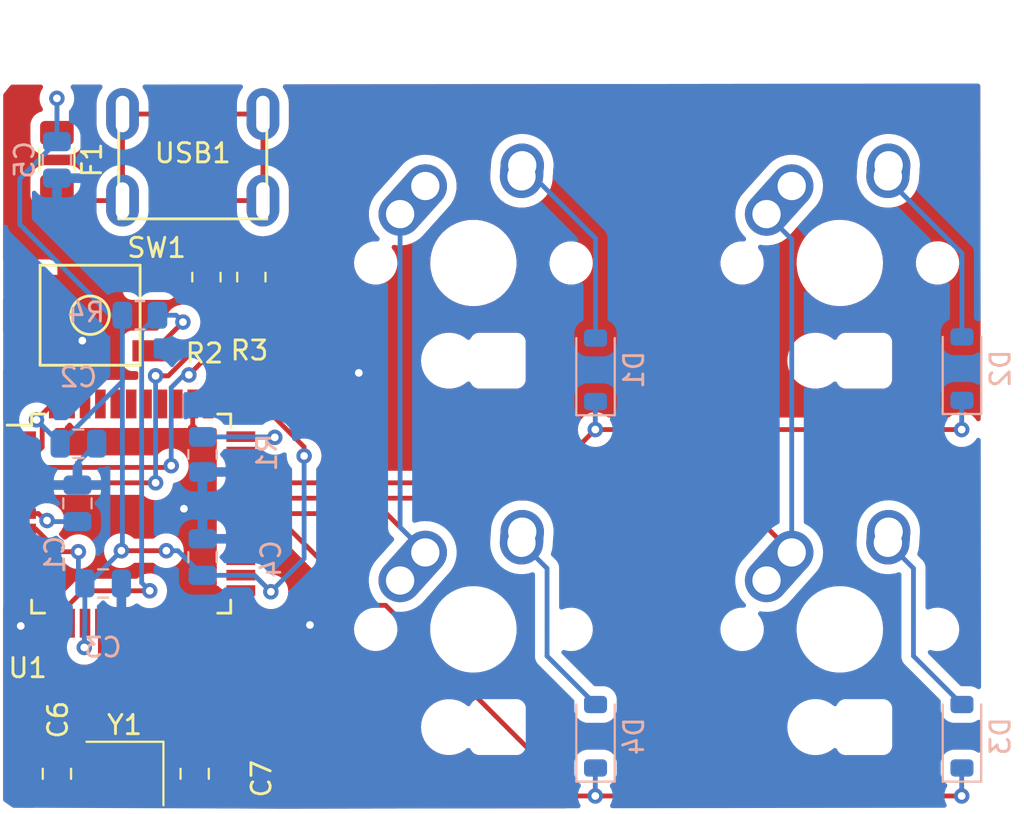
<source format=kicad_pcb>
(kicad_pcb (version 20221018) (generator pcbnew)
  (layers (0 "F.Cu" signal) (31 "B.Cu" signal) (34 "B.Paste" user) (35 "F.Paste" user) (36 "B.SilkS" user "B.Silkscreen") (37 "F.SilkS" user "F.Silkscreen") (38 "B.Mask" user) (39 "F.Mask" user) (44 "Edge.Cuts" user))
  (net 0 "")
  (net 1 "Net-(U1-UCAP)")
  (net 2 "GND")
  (net 3 "+5V")
  (net 4 "Net-(U1-XTAL2)")
  (net 5 "Net-(U1-XTAL1)")
  (net 6 "ROW0")
  (net 7 "Net-(D1-A)")
  (net 8 "Net-(D2-A)")
  (net 9 "ROW1")
  (net 10 "Net-(D3-A)")
  (net 11 "Net-(D4-A)")
  (net 12 "VCC")
  (net 13 "COL0")
  (net 14 "COL1")
  (net 15 "Net-(U1-~{HWB}{slash}PE2)")
  (net 16 "D+")
  (net 17 "Net-(U1-D+)")
  (net 18 "Net-(U1-D-)")
  (net 19 "D-")
  (net 20 "Net-(U1-~{RESET})")
  (footprint "Capacitor_SMD:C_0805_2012Metric" (layer "F.Cu") (at 215.6968 105.9332 90)
    (fp_text reference "C7" (at -0.254 3.47 90) (layer "F.SilkS"))
    (fp_text value "22pF")
    (fp_line (start -0.261252 -0.735) (end 0.261252 -0.735) (stroke (width 0.12)) (layer "F.SilkS"))
    (fp_line (start -0.261252 0.735) (end 0.261252 0.735) (stroke (width 0.12)) (layer "F.SilkS"))
    (pad "1" smd roundrect (at -0.95 0 90) (size 1 1.45) (layers "F.Cu" "F.Paste" "F.Mask") (net 2 "GND"))
    (pad "2" smd roundrect (at 0.95 0 90) (size 1 1.45) (layers "F.Cu" "F.Paste" "F.Mask") (net 5 "Net-(U1-XTAL1)"))
  )
  (footprint "MX_Alps_Hybrid:MX-1U-NoLED" (layer "F.Cu") (at 230.1875 79.375)
    (fp_text reference "MX1")
    (fp_text value "MX-NoLED")
    (pad "" np_thru_hole circle (at -5.08 0 48.0996) (size 1.75 1.75) (drill 1.75) (layers "*.Cu" "*.Mask"))
    (pad "" np_thru_hole circle (at 0 0) (size 3.9878 3.9878) (drill 3.9878) (layers "*.Cu" "*.Mask"))
    (pad "" np_thru_hole circle (at 5.08 0 48.0996) (size 1.75 1.75) (drill 1.75) (layers "*.Cu" "*.Mask"))
    (pad "1" thru_hole oval (at -3.81 -2.54 48.0996) (size 4.211556 2.25) (drill 1.47 (offset 0.980778 0)) (layers "*.Cu" "B.Mask") (net 14 "COL1"))
    (pad "1" thru_hole circle (at -2.5 -4) (size 2.25 2.25) (drill 1.47) (layers "*.Cu" "B.Mask") (net 14 "COL1"))
    (pad "2" thru_hole oval (at 2.5 -4.5 86.0548) (size 2.831378 2.25) (drill 1.47 (offset 0.290689 0)) (layers "*.Cu" "B.Mask") (net 7 "Net-(D1-A)"))
    (pad "2" thru_hole circle (at 2.54 -5.08) (size 2.25 2.25) (drill 1.47) (layers "*.Cu" "B.Mask") (net 7 "Net-(D1-A)"))
  )
  (footprint "Fuse:Fuse_1206_3216Metric" (layer "F.Cu") (at 208.534 74.0156 -90)
    (fp_text reference "F1" (at 0 -1.82 90) (layer "F.SilkS"))
    (fp_text value "500mA")
    (fp_line (start -0.602064 -0.91) (end 0.602064 -0.91) (stroke (width 0.12)) (layer "F.SilkS"))
    (fp_line (start -0.602064 0.91) (end 0.602064 0.91) (stroke (width 0.12)) (layer "F.SilkS"))
    (pad "1" smd roundrect (at -1.4 0 270) (size 1.25 1.75) (layers "F.Cu" "F.Paste" "F.Mask") (roundrect_rratio 0.2) (net 3 "+5V"))
    (pad "2" smd roundrect (at 1.4 0 270) (size 1.25 1.75) (layers "F.Cu" "F.Paste" "F.Mask") (roundrect_rratio 0.2) (net 12 "VCC"))
  )
  (footprint "Crystal:Crystal_SMD_3225-4Pin_3.2x2.5mm" (layer "F.Cu") (at 212.0724 105.9196 180)
    (fp_text reference "Y1" (at 0.0176 2.5264) (layer "F.SilkS"))
    (fp_text value "16MHz")
    (fp_line (start -2 -1.65) (end -2 1.65) (stroke (width 0.12)) (layer "F.SilkS"))
    (fp_line (start -2 1.65) (end 2 1.65) (stroke (width 0.12)) (layer "F.SilkS"))
    (pad "1" smd rect (at -1.1 0.85 180) (size 1.4 1.2) (layers "F.Cu" "F.Paste" "F.Mask") (net 5 "Net-(U1-XTAL1)"))
    (pad "2" smd rect (at 1.1 0.85 180) (size 1.4 1.2) (layers "F.Cu" "F.Paste" "F.Mask") (net 2 "GND"))
    (pad "3" smd rect (at 1.1 -0.85 180) (size 1.4 1.2) (layers "F.Cu" "F.Paste" "F.Mask") (net 4 "Net-(U1-XTAL2)"))
    (pad "4" smd rect (at -1.1 -0.85 180) (size 1.4 1.2) (layers "F.Cu" "F.Paste" "F.Mask") (net 2 "GND"))
  )
  (footprint "MX_Alps_Hybrid:MX-1U-NoLED" (layer "F.Cu") (at 249.2375 79.375)
    (fp_text reference "MX2")
    (fp_text value "MX-NoLED")
    (pad "" np_thru_hole circle (at -5.08 0 48.0996) (size 1.75 1.75) (drill 1.75) (layers "*.Cu" "*.Mask"))
    (pad "" np_thru_hole circle (at 0 0) (size 3.9878 3.9878) (drill 3.9878) (layers "*.Cu" "*.Mask"))
    (pad "" np_thru_hole circle (at 5.08 0 48.0996) (size 1.75 1.75) (drill 1.75) (layers "*.Cu" "*.Mask"))
    (pad "1" thru_hole oval (at -3.81 -2.54 48.0996) (size 4.211556 2.25) (drill 1.47 (offset 0.980778 0)) (layers "*.Cu" "B.Mask") (net 13 "COL0"))
    (pad "1" thru_hole circle (at -2.5 -4) (size 2.25 2.25) (drill 1.47) (layers "*.Cu" "B.Mask") (net 13 "COL0"))
    (pad "2" thru_hole oval (at 2.5 -4.5 86.0548) (size 2.831378 2.25) (drill 1.47 (offset 0.290689 0)) (layers "*.Cu" "B.Mask") (net 8 "Net-(D2-A)"))
    (pad "2" thru_hole circle (at 2.54 -5.08) (size 2.25 2.25) (drill 1.47) (layers "*.Cu" "B.Mask") (net 8 "Net-(D2-A)"))
  )
  (footprint "random-keyboard-parts:Molex-0548190589" (layer "F.Cu") (at 215.5952 71.6315 -90)
    (fp_text reference "USB1" (at 2.032 0) (layer "F.SilkS"))
    (fp_text value "Molex-0548190589")
    (fp_line (start 0 -3.85) (end 5.45 -3.85) (stroke (width 0.15)) (layer "F.SilkS"))
    (fp_line (start 0 3.85) (end 5.45 3.85) (stroke (width 0.15)) (layer "F.SilkS"))
    (fp_line (start 5.45 -3.85) (end 5.45 3.85) (stroke (width 0.15)) (layer "F.SilkS"))
    (pad "1" smd rect (at 4.5 1.6 270) (size 2.25 0.5) (layers "F.Cu" "F.Paste" "F.Mask") (net 2 "GND"))
    (pad "2" smd rect (at 4.5 0.8 270) (size 2.25 0.5) (layers "F.Cu" "F.Paste" "F.Mask"))
    (pad "3" smd rect (at 4.5 0 270) (size 2.25 0.5) (layers "F.Cu" "F.Paste" "F.Mask") (net 16 "D+"))
    (pad "4" smd rect (at 4.5 -0.8 270) (size 2.25 0.5) (layers "F.Cu" "F.Paste" "F.Mask") (net 19 "D-"))
    (pad "5" smd rect (at 4.5 -1.6 270) (size 2.25 0.5) (layers "F.Cu" "F.Paste" "F.Mask") (net 12 "VCC"))
    (pad "6" thru_hole oval (at 0 -3.65 270) (size 2.7 1.7) (drill oval 1.9 0.7) (layers "*.Cu" "*.Mask") (net 12 "VCC"))
    (pad "6" thru_hole oval (at 0 3.65 270) (size 2.7 1.7) (drill oval 1.9 0.7) (layers "*.Cu" "*.Mask") (net 12 "VCC"))
    (pad "6" thru_hole oval (at 4.5 -3.65 270) (size 2.7 1.7) (drill oval 1.9 0.7) (layers "*.Cu" "*.Mask") (net 12 "VCC"))
    (pad "6" thru_hole oval (at 4.5 3.65 270) (size 2.7 1.7) (drill oval 1.9 0.7) (layers "*.Cu" "*.Mask") (net 12 "VCC"))
  )
  (footprint "Package_QFP:TQFP-44_10x10mm_P0.8mm" (layer "F.Cu") (at 212.3948 92.4052)
    (fp_text reference "U1" (at -5.3848 8.0264) (layer "F.SilkS"))
    (fp_text value "ATmega32U4-A")
    (fp_line (start -5.175 -5.175) (end -5.175 -4.6) (stroke (width 0.15)) (layer "F.SilkS"))
    (fp_line (start -5.175 -5.175) (end -4.5 -5.175) (stroke (width 0.15)) (layer "F.SilkS"))
    (fp_line (start -5.175 -4.6) (end -6.45 -4.6) (stroke (width 0.15)) (layer "F.SilkS"))
    (fp_line (start -5.175 5.175) (end -5.175 4.5) (stroke (width 0.15)) (layer "F.SilkS"))
    (fp_line (start -5.175 5.175) (end -4.5 5.175) (stroke (width 0.15)) (layer "F.SilkS"))
    (fp_line (start 5.175 -5.175) (end 4.5 -5.175) (stroke (width 0.15)) (layer "F.SilkS"))
    (fp_line (start 5.175 -5.175) (end 5.175 -4.5) (stroke (width 0.15)) (layer "F.SilkS"))
    (fp_line (start 5.175 5.175) (end 4.5 5.175) (stroke (width 0.15)) (layer "F.SilkS"))
    (fp_line (start 5.175 5.175) (end 5.175 4.5) (stroke (width 0.15)) (layer "F.SilkS"))
    (pad "1" smd rect (at -5.7 -4) (size 1.5 0.55) (layers "F.Cu" "F.Paste" "F.Mask"))
    (pad "2" smd rect (at -5.7 -3.2) (size 1.5 0.55) (layers "F.Cu" "F.Paste" "F.Mask") (net 3 "+5V"))
    (pad "3" smd rect (at -5.7 -2.4) (size 1.5 0.55) (layers "F.Cu" "F.Paste" "F.Mask") (net 18 "Net-(U1-D-)"))
    (pad "4" smd rect (at -5.7 -1.6) (size 1.5 0.55) (layers "F.Cu" "F.Paste" "F.Mask") (net 17 "Net-(U1-D+)"))
    (pad "5" smd rect (at -5.7 -0.8) (size 1.5 0.55) (layers "F.Cu" "F.Paste" "F.Mask") (net 2 "GND"))
    (pad "6" smd rect (at -5.7 0) (size 1.5 0.55) (layers "F.Cu" "F.Paste" "F.Mask") (net 1 "Net-(U1-UCAP)"))
    (pad "7" smd rect (at -5.7 0.8) (size 1.5 0.55) (layers "F.Cu" "F.Paste" "F.Mask") (net 3 "+5V"))
    (pad "8" smd rect (at -5.7 1.6) (size 1.5 0.55) (layers "F.Cu" "F.Paste" "F.Mask"))
    (pad "9" smd rect (at -5.7 2.4) (size 1.5 0.55) (layers "F.Cu" "F.Paste" "F.Mask"))
    (pad "10" smd rect (at -5.7 3.2) (size 1.5 0.55) (layers "F.Cu" "F.Paste" "F.Mask"))
    (pad "11" smd rect (at -5.7 4) (size 1.5 0.55) (layers "F.Cu" "F.Paste" "F.Mask"))
    (pad "12" smd rect (at -4 5.7 90) (size 1.5 0.55) (layers "F.Cu" "F.Paste" "F.Mask"))
    (pad "13" smd rect (at -3.2 5.7 90) (size 1.5 0.55) (layers "F.Cu" "F.Paste" "F.Mask") (net 20 "Net-(U1-~{RESET})"))
    (pad "14" smd rect (at -2.4 5.7 90) (size 1.5 0.55) (layers "F.Cu" "F.Paste" "F.Mask") (net 3 "+5V"))
    (pad "15" smd rect (at -1.6 5.7 90) (size 1.5 0.55) (layers "F.Cu" "F.Paste" "F.Mask") (net 2 "GND"))
    (pad "16" smd rect (at -0.8 5.7 90) (size 1.5 0.55) (layers "F.Cu" "F.Paste" "F.Mask") (net 4 "Net-(U1-XTAL2)"))
    (pad "17" smd rect (at 0 5.7 90) (size 1.5 0.55) (layers "F.Cu" "F.Paste" "F.Mask") (net 5 "Net-(U1-XTAL1)"))
    (pad "18" smd rect (at 0.8 5.7 90) (size 1.5 0.55) (layers "F.Cu" "F.Paste" "F.Mask"))
    (pad "19" smd rect (at 1.6 5.7 90) (size 1.5 0.55) (layers "F.Cu" "F.Paste" "F.Mask"))
    (pad "20" smd rect (at 2.4 5.7 90) (size 1.5 0.55) (layers "F.Cu" "F.Paste" "F.Mask"))
    (pad "21" smd rect (at 3.2 5.7 90) (size 1.5 0.55) (layers "F.Cu" "F.Paste" "F.Mask"))
    (pad "22" smd rect (at 4 5.7 90) (size 1.5 0.55) (layers "F.Cu" "F.Paste" "F.Mask"))
    (pad "23" smd rect (at 5.7 4) (size 1.5 0.55) (layers "F.Cu" "F.Paste" "F.Mask") (net 2 "GND"))
    (pad "24" smd rect (at 5.7 3.2) (size 1.5 0.55) (layers "F.Cu" "F.Paste" "F.Mask") (net 3 "+5V"))
    (pad "25" smd rect (at 5.7 2.4) (size 1.5 0.55) (layers "F.Cu" "F.Paste" "F.Mask"))
    (pad "26" smd rect (at 5.7 1.6) (size 1.5 0.55) (layers "F.Cu" "F.Paste" "F.Mask"))
    (pad "27" smd rect (at 5.7 0.8) (size 1.5 0.55) (layers "F.Cu" "F.Paste" "F.Mask") (net 6 "ROW0"))
    (pad "28" smd rect (at 5.7 0) (size 1.5 0.55) (layers "F.Cu" "F.Paste" "F.Mask") (net 14 "COL1"))
    (pad "29" smd rect (at 5.7 -0.8) (size 1.5 0.55) (layers "F.Cu" "F.Paste" "F.Mask") (net 13 "COL0"))
    (pad "30" smd rect (at 5.7 -1.6) (size 1.5 0.55) (layers "F.Cu" "F.Paste" "F.Mask") (net 9 "ROW1"))
    (pad "31" smd rect (at 5.7 -2.4) (size 1.5 0.55) (layers "F.Cu" "F.Paste" "F.Mask"))
    (pad "32" smd rect (at 5.7 -3.2) (size 1.5 0.55) (layers "F.Cu" "F.Paste" "F.Mask"))
    (pad "33" smd rect (at 5.7 -4) (size 1.5 0.55) (layers "F.Cu" "F.Paste" "F.Mask") (net 15 "Net-(U1-~{HWB}{slash}PE2)"))
    (pad "34" smd rect (at 4 -5.7 90) (size 1.5 0.55) (layers "F.Cu" "F.Paste" "F.Mask") (net 3 "+5V"))
    (pad "35" smd rect (at 3.2 -5.7 90) (size 1.5 0.55) (layers "F.Cu" "F.Paste" "F.Mask") (net 2 "GND"))
    (pad "36" smd rect (at 2.4 -5.7 90) (size 1.5 0.55) (layers "F.Cu" "F.Paste" "F.Mask"))
    (pad "37" smd rect (at 1.6 -5.7 90) (size 1.5 0.55) (layers "F.Cu" "F.Paste" "F.Mask"))
    (pad "38" smd rect (at 0.8 -5.7 90) (size 1.5 0.55) (layers "F.Cu" "F.Paste" "F.Mask"))
    (pad "39" smd rect (at 0 -5.7 90) (size 1.5 0.55) (layers "F.Cu" "F.Paste" "F.Mask"))
    (pad "40" smd rect (at -0.8 -5.7 90) (size 1.5 0.55) (layers "F.Cu" "F.Paste" "F.Mask"))
    (pad "41" smd rect (at -1.6 -5.7 90) (size 1.5 0.55) (layers "F.Cu" "F.Paste" "F.Mask"))
    (pad "42" smd rect (at -2.4 -5.7 90) (size 1.5 0.55) (layers "F.Cu" "F.Paste" "F.Mask"))
    (pad "43" smd rect (at -3.2 -5.7 90) (size 1.5 0.55) (layers "F.Cu" "F.Paste" "F.Mask") (net 2 "GND"))
    (pad "44" smd rect (at -4 -5.7 90) (size 1.5 0.55) (layers "F.Cu" "F.Paste" "F.Mask") (net 3 "+5V"))
  )
  (footprint "Resistor_SMD:R_0805_2012Metric" (layer "F.Cu") (at 216.3064 80.1116 -90)
    (fp_text reference "R2" (at 3.9605 0.1016 -180) (layer "F.SilkS"))
    (fp_text value "22")
    (fp_line (start -0.227064 -0.735) (end 0.227064 -0.735) (stroke (width 0.12)) (layer "F.SilkS"))
    (fp_line (start -0.227064 0.735) (end 0.227064 0.735) (stroke (width 0.12)) (layer "F.SilkS"))
    (pad "1" smd roundrect (at -0.9125 0 270) (size 1.025 1.4) (layers "F.Cu" "F.Paste" "F.Mask") (roundrect_rratio 0.243902) (net 16 "D+"))
    (pad "2" smd roundrect (at 0.9125 0 270) (size 1.025 1.4) (layers "F.Cu" "F.Paste" "F.Mask") (roundrect_rratio 0.243902) (net 17 "Net-(U1-D+)"))
  )
  (footprint "Resistor_SMD:R_0805_2012Metric" (layer "F.Cu") (at 218.6432 80.1116 90)
    (fp_text reference "R3" (at -3.81 -0.1016 180) (layer "F.SilkS"))
    (fp_text value "22")
    (fp_line (start -0.227064 -0.735) (end 0.227064 -0.735) (stroke (width 0.12)) (layer "F.SilkS"))
    (fp_line (start -0.227064 0.735) (end 0.227064 0.735) (stroke (width 0.12)) (layer "F.SilkS"))
    (pad "1" smd roundrect (at -0.9125 0 90) (size 1.025 1.4) (layers "F.Cu" "F.Paste" "F.Mask") (roundrect_rratio 0.243902) (net 18 "Net-(U1-D-)"))
    (pad "2" smd roundrect (at 0.9125 0 90) (size 1.025 1.4) (layers "F.Cu" "F.Paste" "F.Mask") (roundrect_rratio 0.243902) (net 19 "D-"))
  )
  (footprint "MX_Alps_Hybrid:MX-1U-NoLED" (layer "F.Cu") (at 230.1875 98.425)
    (fp_text reference "MX4")
    (fp_text value "MX-NoLED")
    (pad "" np_thru_hole circle (at -5.08 0 48.0996) (size 1.75 1.75) (drill 1.75) (layers "*.Cu" "*.Mask"))
    (pad "" np_thru_hole circle (at 0 0) (size 3.9878 3.9878) (drill 3.9878) (layers "*.Cu" "*.Mask"))
    (pad "" np_thru_hole circle (at 5.08 0 48.0996) (size 1.75 1.75) (drill 1.75) (layers "*.Cu" "*.Mask"))
    (pad "1" thru_hole oval (at -3.81 -2.54 48.0996) (size 4.211556 2.25) (drill 1.47 (offset 0.980778 0)) (layers "*.Cu" "B.Mask") (net 14 "COL1"))
    (pad "1" thru_hole circle (at -2.5 -4) (size 2.25 2.25) (drill 1.47) (layers "*.Cu" "B.Mask") (net 14 "COL1"))
    (pad "2" thru_hole oval (at 2.5 -4.5 86.0548) (size 2.831378 2.25) (drill 1.47 (offset 0.290689 0)) (layers "*.Cu" "B.Mask") (net 11 "Net-(D4-A)"))
    (pad "2" thru_hole circle (at 2.54 -5.08) (size 2.25 2.25) (drill 1.47) (layers "*.Cu" "B.Mask") (net 11 "Net-(D4-A)"))
  )
  (footprint "random-keyboard-parts:SKQG-1155865" (layer "F.Cu") (at 210.2593 82.0928)
    (fp_text reference "SW1" (at 3.4563 -3.5052) (layer "F.SilkS"))
    (fp_text value "SW_Push")
    (fp_line (start -2.6 -2.6) (end 2.6 -2.6) (stroke (width 0.15)) (layer "F.SilkS"))
    (fp_line (start -2.6 2.6) (end -2.6 -2.6) (stroke (width 0.15)) (layer "F.SilkS"))
    (fp_line (start 2.6 -2.6) (end 2.6 2.6) (stroke (width 0.15)) (layer "F.SilkS"))
    (fp_line (start 2.6 2.6) (end -2.6 2.6) (stroke (width 0.15)) (layer "F.SilkS"))
    (fp_circle (center 0 0) (end 1 0) (stroke (width 0.15)) (fill none) (layer "F.SilkS"))
    (pad "1" smd rect (at 3.1 1.85) (size 1.8 1.1) (layers "F.Cu" "F.Paste" "F.Mask") (net 20 "Net-(U1-~{RESET})"))
    (pad "2" smd rect (at -3.1 -1.85) (size 1.8 1.1) (layers "F.Cu" "F.Paste" "F.Mask") (net 2 "GND"))
    (pad "3" smd rect (at 3.1 -1.85) (size 1.8 1.1) (layers "F.Cu" "F.Paste" "F.Mask"))
    (pad "4" smd rect (at -3.1 1.85) (size 1.8 1.1) (layers "F.Cu" "F.Paste" "F.Mask"))
  )
  (footprint "MX_Alps_Hybrid:MX-1U-NoLED" (layer "F.Cu") (at 249.2375 98.425)
    (fp_text reference "MX3")
    (fp_text value "MX-NoLED")
    (pad "" np_thru_hole circle (at -5.08 0 48.0996) (size 1.75 1.75) (drill 1.75) (layers "*.Cu" "*.Mask"))
    (pad "" np_thru_hole circle (at 0 0) (size 3.9878 3.9878) (drill 3.9878) (layers "*.Cu" "*.Mask"))
    (pad "" np_thru_hole circle (at 5.08 0 48.0996) (size 1.75 1.75) (drill 1.75) (layers "*.Cu" "*.Mask"))
    (pad "1" thru_hole oval (at -3.81 -2.54 48.0996) (size 4.211556 2.25) (drill 1.47 (offset 0.980778 0)) (layers "*.Cu" "B.Mask") (net 13 "COL0"))
    (pad "1" thru_hole circle (at -2.5 -4) (size 2.25 2.25) (drill 1.47) (layers "*.Cu" "B.Mask") (net 13 "COL0"))
    (pad "2" thru_hole oval (at 2.5 -4.5 86.0548) (size 2.831378 2.25) (drill 1.47 (offset 0.290689 0)) (layers "*.Cu" "B.Mask") (net 10 "Net-(D3-A)"))
    (pad "2" thru_hole circle (at 2.54 -5.08) (size 2.25 2.25) (drill 1.47) (layers "*.Cu" "B.Mask") (net 10 "Net-(D3-A)"))
  )
  (footprint "Capacitor_SMD:C_0805_2012Metric" (layer "F.Cu") (at 208.534 105.9332 -90)
    (fp_text reference "C6" (at -2.8092 -0.0508 90) (layer "F.SilkS"))
    (fp_text value "22pF")
    (fp_line (start -0.261252 -0.735) (end 0.261252 -0.735) (stroke (width 0.12)) (layer "F.SilkS"))
    (fp_line (start -0.261252 0.735) (end 0.261252 0.735) (stroke (width 0.12)) (layer "F.SilkS"))
    (pad "1" smd roundrect (at -0.95 0 270) (size 1 1.45) (layers "F.Cu" "F.Paste" "F.Mask") (net 2 "GND"))
    (pad "2" smd roundrect (at 0.95 0 270) (size 1 1.45) (layers "F.Cu" "F.Paste" "F.Mask") (net 4 "Net-(U1-XTAL2)"))
  )
  (footprint "Diode_SMD:D_SOD-123" (layer "B.Cu") (at 236.5375 103.98125 90)
    (fp_text reference "D4" (at 0 2 90) (layer "B.SilkS") (effects (justify mirror)))
    (fp_text value "D_Small")
    (fp_line (start -2.36 -1) (end 1.65 -1) (stroke (width 0.12)) (layer "B.SilkS"))
    (fp_line (start -2.36 1) (end -2.36 -1) (stroke (width 0.12)) (layer "B.SilkS"))
    (fp_line (start -2.36 1) (end 1.65 1) (stroke (width 0.12)) (layer "B.SilkS"))
    (pad "1" smd roundrect (at -1.65 0 90) (size 0.9 1.2) (layers "B.Cu" "B.Paste" "B.Mask") (net 6 "ROW0"))
    (pad "2" smd roundrect (at 1.65 0 90) (size 0.9 1.2) (layers "B.Cu" "B.Paste" "B.Mask") (net 11 "Net-(D4-A)"))
  )
  (footprint "Capacitor_SMD:C_0805_2012Metric" (layer "B.Cu") (at 210.9368 96.0374)
    (fp_text reference "C3" (at -0.015 3.3274) (layer "B.SilkS") (effects (justify mirror)))
    (fp_text value "100pF")
    (fp_line (start -0.261252 -0.735) (end 0.261252 -0.735) (stroke (width 0.12)) (layer "B.SilkS"))
    (fp_line (start -0.261252 0.735) (end 0.261252 0.735) (stroke (width 0.12)) (layer "B.SilkS"))
    (pad "1" smd roundrect (at -0.95 0) (size 1 1.45) (layers "B.Cu" "B.Paste" "B.Mask") (net 3 "+5V"))
    (pad "2" smd roundrect (at 0.95 0) (size 1 1.45) (layers "B.Cu" "B.Paste" "B.Mask") (net 2 "GND"))
  )
  (footprint "Capacitor_SMD:C_0805_2012Metric" (layer "B.Cu") (at 209.6008 91.8718 90)
    (fp_text reference "C1" (at -2.667 -1.1684 90) (layer "B.SilkS") (effects (justify mirror)))
    (fp_text value "1uF")
    (fp_line (start -0.261252 -0.735) (end 0.261252 -0.735) (stroke (width 0.12)) (layer "B.SilkS"))
    (fp_line (start -0.261252 0.735) (end 0.261252 0.735) (stroke (width 0.12)) (layer "B.SilkS"))
    (pad "1" smd roundrect (at -0.95 0 90) (size 1 1.45) (layers "B.Cu" "B.Paste" "B.Mask") (net 1 "Net-(U1-UCAP)"))
    (pad "2" smd roundrect (at 0.95 0 90) (size 1 1.45) (layers "B.Cu" "B.Paste" "B.Mask") (net 2 "GND"))
  )
  (footprint "Resistor_SMD:R_0805_2012Metric" (layer "B.Cu") (at 216.1032 89.3299 90)
    (fp_text reference "R1" (at 0.1016 3.3528 90) (layer "B.SilkS") (effects (justify mirror)))
    (fp_text value "10k")
    (fp_line (start -0.227064 -0.735) (end 0.227064 -0.735) (stroke (width 0.12)) (layer "B.SilkS"))
    (fp_line (start -0.227064 0.735) (end 0.227064 0.735) (stroke (width 0.12)) (layer "B.SilkS"))
    (pad "1" smd roundrect (at -0.9125 0 90) (size 1.025 1.4) (layers "B.Cu" "B.Paste" "B.Mask") (roundrect_rratio 0.243902) (net 2 "GND"))
    (pad "2" smd roundrect (at 0.9125 0 90) (size 1.025 1.4) (layers "B.Cu" "B.Paste" "B.Mask") (roundrect_rratio 0.243902) (net 15 "Net-(U1-~{HWB}{slash}PE2)"))
  )
  (footprint "Diode_SMD:D_SOD-123" (layer "B.Cu") (at 255.5875 103.98125 90)
    (fp_text reference "D3" (at 0 2 90) (layer "B.SilkS") (effects (justify mirror)))
    (fp_text value "D_Small")
    (fp_line (start -2.36 -1) (end 1.65 -1) (stroke (width 0.12)) (layer "B.SilkS"))
    (fp_line (start -2.36 1) (end -2.36 -1) (stroke (width 0.12)) (layer "B.SilkS"))
    (fp_line (start -2.36 1) (end 1.65 1) (stroke (width 0.12)) (layer "B.SilkS"))
    (pad "1" smd roundrect (at -1.65 0 90) (size 0.9 1.2) (layers "B.Cu" "B.Paste" "B.Mask") (net 6 "ROW0"))
    (pad "2" smd roundrect (at 1.65 0 90) (size 0.9 1.2) (layers "B.Cu" "B.Paste" "B.Mask") (net 10 "Net-(D3-A)"))
  )
  (footprint "Resistor_SMD:R_0805_2012Metric" (layer "B.Cu") (at 212.8501 82.0928)
    (fp_text reference "R4" (at -2.794 -0.1524) (layer "B.SilkS") (effects (justify mirror)))
    (fp_text value "10k")
    (fp_line (start -0.227064 -0.735) (end 0.227064 -0.735) (stroke (width 0.12)) (layer "B.SilkS"))
    (fp_line (start -0.227064 0.735) (end 0.227064 0.735) (stroke (width 0.12)) (layer "B.SilkS"))
    (pad "1" smd roundrect (at -0.9125 0) (size 1.025 1.4) (layers "B.Cu" "B.Paste" "B.Mask") (roundrect_rratio 0.243902) (net 3 "+5V"))
    (pad "2" smd roundrect (at 0.9125 0) (size 1.025 1.4) (layers "B.Cu" "B.Paste" "B.Mask") (roundrect_rratio 0.243902) (net 20 "Net-(U1-~{RESET})"))
  )
  (footprint "Capacitor_SMD:C_0805_2012Metric" (layer "B.Cu") (at 209.6516 88.773)
    (fp_text reference "C2" (at 0 -3.4544) (layer "B.SilkS") (effects (justify mirror)))
    (fp_text value "100pF")
    (fp_line (start -0.261252 -0.735) (end 0.261252 -0.735) (stroke (width 0.12)) (layer "B.SilkS"))
    (fp_line (start -0.261252 0.735) (end 0.261252 0.735) (stroke (width 0.12)) (layer "B.SilkS"))
    (pad "1" smd roundrect (at -0.95 0) (size 1 1.45) (layers "B.Cu" "B.Paste" "B.Mask") (net 3 "+5V"))
    (pad "2" smd roundrect (at 0.95 0) (size 1 1.45) (layers "B.Cu" "B.Paste" "B.Mask") (net 2 "GND"))
  )
  (footprint "Diode_SMD:D_SOD-123" (layer "B.Cu") (at 255.5875 84.86875 90)
    (fp_text reference "D2" (at 0 2 90) (layer "B.SilkS") (effects (justify mirror)))
    (fp_text value "D_Small")
    (fp_line (start -2.36 -1) (end 1.65 -1) (stroke (width 0.12)) (layer "B.SilkS"))
    (fp_line (start -2.36 1) (end -2.36 -1) (stroke (width 0.12)) (layer "B.SilkS"))
    (fp_line (start -2.36 1) (end 1.65 1) (stroke (width 0.12)) (layer "B.SilkS"))
    (pad "1" smd roundrect (at -1.65 0 90) (size 0.9 1.2) (layers "B.Cu" "B.Paste" "B.Mask") (net 9 "ROW1"))
    (pad "2" smd roundrect (at 1.65 0 90) (size 0.9 1.2) (layers "B.Cu" "B.Paste" "B.Mask") (net 8 "Net-(D2-A)"))
  )
  (footprint "Capacitor_SMD:C_0805_2012Metric" (layer "B.Cu") (at 208.534 74.0156 -90)
    (fp_text reference "C5" (at 0 1.68 -270) (layer "B.SilkS") (effects (justify mirror)))
    (fp_text value "10uF")
    (fp_line (start -0.261252 -0.735) (end 0.261252 -0.735) (stroke (width 0.12)) (layer "B.SilkS"))
    (fp_line (start -0.261252 0.735) (end 0.261252 0.735) (stroke (width 0.12)) (layer "B.SilkS"))
    (pad "1" smd roundrect (at -0.95 0 270) (size 1 1.45) (layers "B.Cu" "B.Paste" "B.Mask") (net 3 "+5V"))
    (pad "2" smd roundrect (at 0.95 0 270) (size 1 1.45) (layers "B.Cu" "B.Paste" "B.Mask") (net 2 "GND"))
  )
  (footprint "Capacitor_SMD:C_0805_2012Metric" (layer "B.Cu") (at 216.1032 94.6658 90)
    (fp_text reference "C4" (at -0.1016 3.5664 90) (layer "B.SilkS") (effects (justify mirror)))
    (fp_text value "100pF")
    (fp_line (start -0.261252 -0.735) (end 0.261252 -0.735) (stroke (width 0.12)) (layer "B.SilkS"))
    (fp_line (start -0.261252 0.735) (end 0.261252 0.735) (stroke (width 0.12)) (layer "B.SilkS"))
    (pad "1" smd roundrect (at -0.95 0 90) (size 1 1.45) (layers "B.Cu" "B.Paste" "B.Mask") (net 3 "+5V"))
    (pad "2" smd roundrect (at 0.95 0 90) (size 1 1.45) (layers "B.Cu" "B.Paste" "B.Mask") (net 2 "GND"))
  )
  (footprint "Diode_SMD:D_SOD-123" (layer "B.Cu") (at 236.5375 84.93125 90)
    (fp_text reference "D1" (at 0 2 90) (layer "B.SilkS") (effects (justify mirror)))
    (fp_text value "D_Small")
    (fp_line (start -2.36 -1) (end 1.65 -1) (stroke (width 0.12)) (layer "B.SilkS"))
    (fp_line (start -2.36 1) (end -2.36 -1) (stroke (width 0.12)) (layer "B.SilkS"))
    (fp_line (start -2.36 1) (end 1.65 1) (stroke (width 0.12)) (layer "B.SilkS"))
    (pad "1" smd roundrect (at -1.65 0 90) (size 0.9 1.2) (layers "B.Cu" "B.Paste" "B.Mask") (net 9 "ROW1"))
    (pad "2" smd roundrect (at 1.65 0 90) (size 0.9 1.2) (layers "B.Cu" "B.Paste" "B.Mask") (net 7 "Net-(D1-A)"))
  )
  (segment (start 207.930029 92.765429) (end 207.5698 92.4052) (width 0.25) (layer "F.Cu") (net 1))
  (segment (start 208.021214 92.765429) (end 207.930029 92.765429) (width 0.25) (layer "F.Cu") (net 1))
  (segment (start 207.5698 92.4052) (end 206.6948 92.4052) (width 0.25) (layer "F.Cu") (net 1))
  (via (at 208.021214 92.765429) (size 0.8) (drill 0.4) (layers "F.Cu" "B.Cu") (net 1))
  (segment (start 208.021214 92.765429) (end 208.077585 92.8218) (width 0.25) (layer "B.Cu") (net 1))
  (segment (start 208.077585 92.8218) (end 209.6008 92.8218) (width 0.25) (layer "B.Cu") (net 1))
  (segment (start 210.7948 100.0504) (end 210.2104 100.6348) (width 0.25) (layer "F.Cu") (net 2))
  (segment (start 206.6948 91.6052) (end 208.1912 91.6052) (width 0.25) (layer "F.Cu") (net 2))
  (segment (start 215.5832 106.7696) (end 215.6968 106.8832) (width 0.25) (layer "F.Cu") (net 2))
  (segment (start 215.5948 88.6964) (end 215.5952 88.6968) (width 0.25) (layer "F.Cu") (net 2))
  (segment (start 213.1724 106.7696) (end 215.5832 106.7696) (width 0.25) (layer "F.Cu") (net 2))
  (segment (start 209.1948 86.7052) (end 209.1948 85.0388) (width 0.25) (layer "F.Cu") (net 2))
  (segment (start 215.5948 86.7052) (end 215.5948 88.6964) (width 0.25) (layer "F.Cu") (net 2))
  (segment (start 210.7948 98.1052) (end 210.7948 100.0504) (width 0.25) (layer "F.Cu") (net 2))
  (segment (start 212.9224 106.7696) (end 213.1724 106.7696) (width 0.25) (layer "F.Cu") (net 2))
  (segment (start 208.1912 91.6052) (end 208.28 91.694) (width 0.25) (layer "F.Cu") (net 2))
  (segment (start 209.1948 85.0388) (end 209.2452 84.9884) (width 0.25) (layer "F.Cu") (net 2))
  (segment (start 210.9724 105.0696) (end 211.2224 105.0696) (width 0.25) (layer "F.Cu") (net 2))
  (segment (start 211.2224 105.0696) (end 212.9224 106.7696) (width 0.25) (layer "F.Cu") (net 2))
  (via (at 215.138 92.1512) (size 0.8) (drill 0.4) (layers "F.Cu" "B.Cu") (net 2))
  (via (at 206.6544 98.2472) (size 0.8) (drill 0.4) (layers "F.Cu" "B.Cu") (net 2))
  (via (at 221.6912 98.1964) (size 0.8) (drill 0.4) (layers "F.Cu" "B.Cu") (net 2))
  (via (at 209.8548 83.4136) (size 0.8) (drill 0.4) (layers "F.Cu" "B.Cu") (net 2))
  (via (at 224.2312 85.09) (size 0.8) (drill 0.4) (layers "F.Cu" "B.Cu") (net 2))
  (segment (start 211.8868 96.0374) (end 211.8868 98.4504) (width 0.25) (layer "B.Cu") (net 2))
  (segment (start 210.6016 88.773) (end 209.6008 89.7738) (width 0.25) (layer "B.Cu") (net 2))
  (segment (start 209.6008 89.7738) (end 209.6008 90.9218) (width 0.25) (layer "B.Cu") (net 2))
  (segment (start 219.150105 86.7052) (end 221.3864 88.941495) (width 0.25) (layer "F.Cu") (net 3))
  (segment (start 207.7698 88.953) (end 207.5176 89.2052) (width 0.25) (layer "F.Cu") (net 3))
  (segment (start 207.43568 93.2052) (end 208.61688 94.3864) (width 0.25) (layer "F.Cu") (net 3))
  (segment (start 206.6948 93.2052) (end 207.43568 93.2052) (width 0.25) (layer "F.Cu") (net 3))
  (segment (start 207.5176 89.2052) (end 206.6948 89.2052) (width 0.25) (layer "F.Cu") (net 3))
  (segment (start 207.7698 87.829479) (end 207.7698 88.953) (width 0.25) (layer "F.Cu") (net 3))
  (segment (start 208.534 72.6156) (end 208.534 70.8152) (width 0.25) (layer "F.Cu") (net 3))
  (segment (start 209.9564 98.1436) (end 209.9948 98.1052) (width 0.25) (layer "F.Cu") (net 3))
  (segment (start 211.8868 94.3356) (end 214.2236 94.3356) (width 0.25) (layer "F.Cu") (net 3))
  (segment (start 207.47162 87.531299) (end 207.7698 87.829479) (width 0.25) (layer "F.Cu") (net 3))
  (segment (start 219.6592 96.4692) (end 218.7952 95.6052) (width 0.25) (layer "F.Cu") (net 3))
  (segment (start 208.297719 86.7052) (end 207.47162 87.531299) (width 0.25) (layer "F.Cu") (net 3))
  (segment (start 209.9564 99.3648) (end 209.9564 98.1436) (width 0.25) (layer "F.Cu") (net 3))
  (segment (start 218.7952 95.6052) (end 218.0948 95.6052) (width 0.25) (layer "F.Cu") (net 3))
  (segment (start 221.3864 88.941495) (end 221.3864 89.408) (width 0.25) (layer "F.Cu") (net 3))
  (segment (start 208.3948 86.7052) (end 208.297719 86.7052) (width 0.25) (layer "F.Cu") (net 3))
  (segment (start 208.61688 94.3864) (end 209.6516 94.3864) (width 0.25) (layer "F.Cu") (net 3))
  (segment (start 216.3948 86.7052) (end 219.150105 86.7052) (width 0.25) (layer "F.Cu") (net 3))
  (via (at 219.6592 96.4692) (size 0.8) (drill 0.4) (layers "F.Cu" "B.Cu") (net 3))
  (via (at 221.3864 89.408) (size 0.8) (drill 0.4) (layers "F.Cu" "B.Cu") (net 3))
  (via (at 214.2236 94.3356) (size 0.8) (drill 0.4) (layers "F.Cu" "B.Cu") (net 3))
  (via (at 211.8868 94.3356) (size 0.8) (drill 0.4) (layers "F.Cu" "B.Cu") (net 3))
  (via (at 209.6516 94.3864) (size 0.8) (drill 0.4) (layers "F.Cu" "B.Cu") (net 3))
  (via (at 208.534 70.8152) (size 0.8) (drill 0.4) (layers "F.Cu" "B.Cu") (net 3))
  (via (at 207.47162 87.531299) (size 0.8) (drill 0.4) (layers "F.Cu" "B.Cu") (net 3))
  (via (at 209.9564 99.3648) (size 0.8) (drill 0.4) (layers "F.Cu" "B.Cu") (net 3))
  (segment (start 208.534 70.8152) (end 208.534 73.0656) (width 0.25) (layer "B.Cu") (net 3))
  (segment (start 206.6036 77.3684) (end 211.328 82.0928) (width 0.25) (layer "B.Cu") (net 3))
  (segment (start 211.9376 85.537) (end 208.7016 88.773) (width 0.25) (layer "B.Cu") (net 3))
  (segment (start 211.9376 94.2848) (end 211.8868 94.3356) (width 0.25) (layer "B.Cu") (net 3))
  (segment (start 221.3864 94.742) (end 219.6592 96.4692) (width 0.25) (layer "B.Cu") (net 3))
  (segment (start 209.6516 94.3864) (end 209.6516 95.7022) (width 0.25) (layer "B.Cu") (net 3))
  (segment (start 211.8868 94.3356) (end 210.185 96.0374) (width 0.25) (layer "B.Cu") (net 3))
  (segment (start 211.9376 85.537) (end 211.9376 94.2848) (width 0.25) (layer "B.Cu") (net 3))
  (segment (start 221.3864 89.408) (end 221.3864 94.742) (width 0.25) (layer "B.Cu") (net 3))
  (segment (start 214.823 94.3356) (end 216.1032 95.6158) (width 0.25) (layer "B.Cu") (net 3))
  (segment (start 211.9376 82.0928) (end 211.9376 85.537) (width 0.25) (layer "B.Cu") (net 3))
  (segment (start 216.1032 95.6158) (end 218.8058 95.6158) (width 0.25) (layer "B.Cu") (net 3))
  (segment (start 209.9564 99.3648) (end 209.9868 97.9628) (width 0.25) (layer "B.Cu") (net 3))
  (segment (start 206.6036 74.996) (end 206.6036 77.3684) (width 0.25) (layer "B.Cu") (net 3))
  (segment (start 208.7016 88.761279) (end 207.47162 87.531299) (width 0.25) (layer "B.Cu") (net 3))
  (segment (start 208.534 73.0656) (end 206.6036 74.996) (width 0.25) (layer "B.Cu") (net 3))
  (segment (start 208.7016 88.773) (end 208.7016 88.761279) (width 0.25) (layer "B.Cu") (net 3))
  (segment (start 210.185 96.0374) (end 209.9868 96.0374) (width 0.25) (layer "B.Cu") (net 3))
  (segment (start 209.9868 97.9628) (end 209.9868 96.0374) (width 0.25) (layer "B.Cu") (net 3))
  (segment (start 214.2236 94.3356) (end 214.823 94.3356) (width 0.25) (layer "B.Cu") (net 3))
  (segment (start 211.328 82.0928) (end 211.9376 82.0928) (width 0.25) (layer "B.Cu") (net 3))
  (segment (start 218.8058 95.6158) (end 219.6592 96.4692) (width 0.25) (layer "B.Cu") (net 3))
  (segment (start 209.6516 95.7022) (end 209.9868 96.0374) (width 0.25) (layer "B.Cu") (net 3))
  (segment (start 208.534 106.521373) (end 208.534 106.8832) (width 0.25) (layer "F.Cu") (net 4))
  (segment (start 211.5948 100.714905) (end 211.5948 98.1052) (width 0.25) (layer "F.Cu") (net 4))
  (segment (start 209.9474 102.362305) (end 209.9474 105.107973) (width 0.25) (layer "F.Cu") (net 4))
  (segment (start 210.9724 106.7696) (end 208.6476 106.7696) (width 0.25) (layer "F.Cu") (net 4))
  (segment (start 209.9474 102.362305) (end 211.5948 100.714905) (width 0.25) (layer "F.Cu") (net 4))
  (segment (start 209.9474 105.107973) (end 208.534 106.521373) (width 0.25) (layer "F.Cu") (net 4))
  (segment (start 208.6476 106.7696) (end 208.534 106.8832) (width 0.25) (layer "F.Cu") (net 4))
  (segment (start 215.6104 105.0696) (end 215.6968 104.9832) (width 0.25) (layer "F.Cu") (net 5))
  (segment (start 212.3948 101.6812) (end 215.6968 104.9832) (width 0.25) (layer "F.Cu") (net 5))
  (segment (start 213.1724 105.0696) (end 215.6104 105.0696) (width 0.25) (layer "F.Cu") (net 5))
  (segment (start 212.3948 98.1052) (end 212.3948 101.6812) (width 0.25) (layer "F.Cu") (net 5))
  (segment (start 227.8186 99.368333) (end 227.8186 99.406231) (width 0.25) (layer "F.Cu") (net 6))
  (segment (start 235.498769 107.0864) (end 236.5248 107.0864) (width 0.25) (layer "F.Cu") (net 6))
  (segment (start 218.0948 93.2052) (end 220.619933 93.2052) (width 0.25) (layer "F.Cu") (net 6))
  (segment (start 225.625267 97.175) (end 227.8186 99.368333) (width 0.25) (layer "F.Cu") (net 6))
  (segment (start 227.8186 99.406231) (end 235.498769 107.0864) (width 0.25) (layer "F.Cu") (net 6))
  (segment (start 236.5248 107.0864) (end 255.5748 107.0864) (width 0.25) (layer "F.Cu") (net 6))
  (segment (start 220.619933 93.2052) (end 224.589733 97.175) (width 0.25) (layer "F.Cu") (net 6))
  (segment (start 224.589733 97.175) (end 225.625267 97.175) (width 0.25) (layer "F.Cu") (net 6))
  (via (at 255.5748 107.0864) (size 0.8) (drill 0.4) (layers "F.Cu" "B.Cu") (net 6))
  (via (at 236.5248 107.0864) (size 0.8) (drill 0.4) (layers "F.Cu" "B.Cu") (net 6))
  (segment (start 236.5248 105.64395) (end 236.5375 105.63125) (width 0.25) (layer "B.Cu") (net 6))
  (segment (start 255.5748 105.64395) (end 255.5875 105.63125) (width 0.25) (layer "B.Cu") (net 6))
  (segment (start 255.5748 107.0864) (end 255.5748 105.64395) (width 0.25) (layer "B.Cu") (net 6))
  (segment (start 236.5248 107.0864) (end 236.5248 105.64395) (width 0.25) (layer "B.Cu") (net 6))
  (segment (start 236.5375 83.28125) (end 236.5375 78.105) (width 0.25) (layer "B.Cu") (net 7))
  (segment (start 236.5375 78.105) (end 232.7275 74.295) (width 0.25) (layer "B.Cu") (net 7))
  (segment (start 255.5875 83.21875) (end 255.5875 78.877233) (width 0.25) (layer "B.Cu") (net 8))
  (segment (start 251.7375 75.027233) (end 251.7375 74.875) (width 0.25) (layer "B.Cu") (net 8))
  (segment (start 255.5875 78.877233) (end 251.7375 75.027233) (width 0.25) (layer "B.Cu") (net 8))
  (segment (start 218.0948 90.8052) (end 233.756 90.8052) (width 0.25) (layer "F.Cu") (net 9))
  (segment (start 233.756 90.8052) (end 236.5248 88.0364) (width 0.25) (layer "F.Cu") (net 9))
  (segment (start 236.5248 88.0364) (end 255.5748 88.0364) (width 0.25) (layer "F.Cu") (net 9))
  (via (at 255.5748 88.0364) (size 0.8) (drill 0.4) (layers "F.Cu" "B.Cu") (net 9))
  (via (at 236.5248 88.0364) (size 0.8) (drill 0.4) (layers "F.Cu" "B.Cu") (net 9))
  (segment (start 255.5748 86.53145) (end 255.5875 86.51875) (width 0.25) (layer "B.Cu") (net 9))
  (segment (start 236.5248 88.0364) (end 236.5248 86.59395) (width 0.25) (layer "B.Cu") (net 9))
  (segment (start 255.5748 88.0364) (end 255.5748 86.53145) (width 0.25) (layer "B.Cu") (net 9))
  (segment (start 236.5248 86.59395) (end 236.5375 86.58125) (width 0.25) (layer "B.Cu") (net 9))
  (segment (start 253.0675 99.81125) (end 253.0675 95.255) (width 0.25) (layer "B.Cu") (net 10))
  (segment (start 253.0675 95.255) (end 251.7375 93.925) (width 0.25) (layer "B.Cu") (net 10))
  (segment (start 255.5875 102.33125) (end 253.0675 99.81125) (width 0.25) (layer "B.Cu") (net 10))
  (segment (start 234.0175 95.255) (end 232.6875 93.925) (width 0.25) (layer "B.Cu") (net 11))
  (segment (start 234.0175 99.81125) (end 234.0175 95.255) (width 0.25) (layer "B.Cu") (net 11))
  (segment (start 236.5375 102.33125) (end 234.0175 99.81125) (width 0.25) (layer "B.Cu") (net 11))
  (segment (start 219.2452 71.6315) (end 211.9452 71.6315) (width 0.25) (layer "F.Cu") (net 12))
  (segment (start 209.2499 76.1315) (end 208.534 75.4156) (width 0.25) (layer "F.Cu") (net 12))
  (segment (start 219.2452 76.1315) (end 219.2452 71.6315) (width 0.25) (layer "F.Cu") (net 12))
  (segment (start 219.2452 76.1315) (end 217.1952 76.1315) (width 0.25) (layer "F.Cu") (net 12))
  (segment (start 211.9452 76.1315) (end 211.9452 71.6315) (width 0.25) (layer "F.Cu") (net 12))
  (segment (start 211.9452 76.1315) (end 209.2499 76.1315) (width 0.25) (layer "F.Cu") (net 12))
  (segment (start 243.9177 91.6052) (end 246.7375 94.425) (width 0.25) (layer "F.Cu") (net 13))
  (segment (start 218.0948 91.6052) (end 243.9177 91.6052) (width 0.25) (layer "F.Cu") (net 13))
  (segment (start 246.7375 78.145) (end 245.4275 76.835) (width 0.25) (layer "B.Cu") (net 13))
  (segment (start 246.7375 94.425) (end 246.7375 78.145) (width 0.25) (layer "B.Cu") (net 13))
  (segment (start 218.0948 92.4052) (end 225.6677 92.4052) (width 0.25) (layer "F.Cu") (net 14))
  (segment (start 225.6677 92.4052) (end 227.6875 94.425) (width 0.25) (layer "F.Cu") (net 14))
  (segment (start 227.6875 94.425) (end 226.3775 93.115) (width 0.25) (layer "B.Cu") (net 14))
  (segment (start 226.3775 93.115) (end 226.3775 76.835) (width 0.25) (layer "B.Cu") (net 14))
  (segment (start 219.8624 88.4428) (end 218.1324 88.4428) (width 0.25) (layer "F.Cu") (net 15))
  (segment (start 218.1324 88.4428) (end 218.0948 88.4052) (width 0.25) (layer "F.Cu") (net 15))
  (via (at 219.8624 88.4428) (size 0.8) (drill 0.4) (layers "F.Cu" "B.Cu") (net 15))
  (segment (start 216.1032 88.4174) (end 219.837 88.4174) (width 0.25) (layer "B.Cu") (net 15))
  (segment (start 219.837 88.4174) (end 219.8624 88.4428) (width 0.25) (layer "B.Cu") (net 15))
  (segment (start 215.5952 76.1315) (end 215.5952 77.222186) (width 0.2) (layer "F.Cu") (net 16))
  (segment (start 217.192307 78.819293) (end 216.8125 79.1991) (width 0.2) (layer "F.Cu") (net 16))
  (segment (start 216.8125 79.1991) (end 216.3064 79.1991) (width 0.2) (layer "F.Cu") (net 16))
  (segment (start 215.5952 77.222186) (end 217.192307 78.819293) (width 0.2) (layer "F.Cu") (net 16))
  (segment (start 214.3252 85.2424) (end 217.42495 82.14265) (width 0.25) (layer "F.Cu") (net 17))
  (segment (start 213.6648 85.2424) (end 214.3252 85.2424) (width 0.25) (layer "F.Cu") (net 17))
  (segment (start 217.42495 82.14265) (end 216.3064 81.0241) (width 0.25) (layer "F.Cu") (net 17))
  (segment (start 213.6648 90.8052) (end 206.6948 90.8052) (width 0.25) (layer "F.Cu") (net 17))
  (via (at 213.6648 85.2424) (size 0.8) (drill 0.4) (layers "F.Cu" "B.Cu") (net 17))
  (via (at 213.6648 90.8052) (size 0.8) (drill 0.4) (layers "F.Cu" "B.Cu") (net 17))
  (segment (start 213.6648 85.2424) (end 213.6648 90.8052) (width 0.25) (layer "B.Cu") (net 17))
  (segment (start 218.6432 81.0241) (end 218.6432 81.948998) (width 0.25) (layer "F.Cu") (net 18))
  (segment (start 214.3884 90.0052) (end 206.6948 90.0052) (width 0.25) (layer "F.Cu") (net 18))
  (segment (start 214.4776 89.916) (end 214.3884 90.0052) (width 0.25) (layer "F.Cu") (net 18))
  (segment (start 218.6432 81.948998) (end 215.396299 85.195899) (width 0.25) (layer "F.Cu") (net 18))
  (via (at 215.396299 85.195899) (size 0.8) (drill 0.4) (layers "F.Cu" "B.Cu") (net 18))
  (via (at 214.4776 89.916) (size 0.8) (drill 0.4) (layers "F.Cu" "B.Cu") (net 18))
  (segment (start 215.133701 85.195899) (end 214.4776 85.852) (width 0.25) (layer "B.Cu") (net 18))
  (segment (start 214.4776 85.852) (end 214.4776 89.916) (width 0.25) (layer "B.Cu") (net 18))
  (segment (start 215.396299 85.195899) (end 215.133701 85.195899) (width 0.25) (layer "B.Cu") (net 18))
  (segment (start 218.1378 79.1991) (end 218.6432 79.1991) (width 0.2) (layer "F.Cu") (net 19))
  (segment (start 216.3952 76.1315) (end 216.3952 77.4565) (width 0.2) (layer "F.Cu") (net 19))
  (segment (start 216.3952 77.4565) (end 218.1378 79.1991) (width 0.2) (layer "F.Cu") (net 19))
  (segment (start 213.3593 83.9428) (end 213.3896 83.9428) (width 0.25) (layer "F.Cu") (net 20))
  (segment (start 209.1948 97.1052) (end 209.8816 96.4184) (width 0.25) (layer "F.Cu") (net 20))
  (segment (start 213.5928 83.9428) (end 215.0872 82.4484) (width 0.25) (layer "F.Cu") (net 20))
  (segment (start 209.8816 96.4184) (end 213.36 96.4184) (width 0.25) (layer "F.Cu") (net 20))
  (segment (start 213.3896 83.9428) (end 213.4616 83.8708) (width 0.25) (layer "F.Cu") (net 20))
  (segment (start 213.3593 83.9428) (end 213.5928 83.9428) (width 0.25) (layer "F.Cu") (net 20))
  (segment (start 209.1948 98.1052) (end 209.1948 97.1052) (width 0.25) (layer "F.Cu") (net 20))
  (via (at 215.0872 82.4484) (size 0.8) (drill 0.4) (layers "F.Cu" "B.Cu") (net 20))
  (via (at 213.36 96.4184) (size 0.8) (drill 0.4) (layers "F.Cu" "B.Cu") (net 20))
  (segment (start 213.7626 82.0928) (end 212.9398 82.9156) (width 0.25) (layer "B.Cu") (net 20))
  (segment (start 213.7626 82.0928) (end 214.7316 82.0928) (width 0.25) (layer "B.Cu") (net 20))
  (segment (start 212.9398 82.9156) (end 212.9398 91.546227) (width 0.25) (layer "B.Cu") (net 20))
  (segment (start 214.7316 82.0928) (end 215.0872 82.4484) (width 0.25) (layer "B.Cu") (net 20))
  (segment (start 212.9398 95.9982) (end 213.36 96.4184) (width 0.25) (layer "B.Cu") (net 20))
  (segment (start 212.9398 91.546227) (end 212.9398 95.9982) (width 0.25) (layer "B.Cu") (net 20))
  (zone (net 2) (net_name "GND") (layers "F&B.Cu") (connect_pads (clearance 0.5)) (min_thickness 0.25) (fill yes (thermal_gap 0.5) (thermal_bridge_width 0.5) (smoothing chamfer))
    (polygon (pts (xy 205.74 107.3404) (xy 206.248 107.696) (xy 220.3196 107.7468) (xy 256.5908 107.696) (xy 256.54 70.0532) (xy 206.1464 70.104) (xy 205.74 70.612) (xy 205.74 71.1708)))
  )
)
</source>
